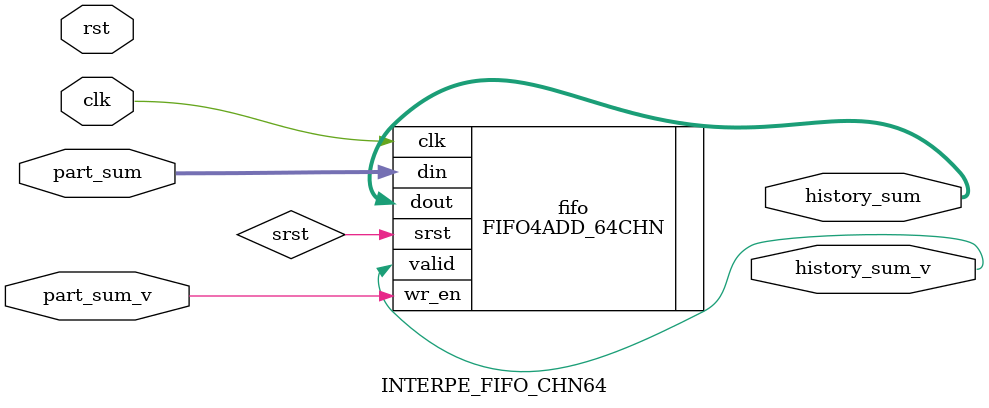
<source format=v>
/* *********************************************************** */
/* *********************************************************** */
/* *********************************************************** */
/* ********************   Mig 25, USSA   ********************* */
/* *********************************************************** */
/* *********************************************************** */
/* *********************************************
This module is the fifo-ctrler inside each PE. To be more specific, this 
fifo receives partial sum results and store them in a continuous order. 
When next conv1x1 partial result is available, fifo will pop out stored 
data in same order.

To be noticed that the output data do not need to be regsitered outsied the module.
************************************************ */

module INTERPE_FIFO_CHN64(
    input                                       clk, 
    input                                       rst,
    input     [1023:0]                          part_sum,
    input                                       part_sum_v,
    output    [1023:0]                          history_sum,
    output                                      history_sum_v
);



FIFO4ADD_64CHN fifo(
    .clk                                            (clk),
    .srst                                           (srst),
    .wr_en                                          (part_sum_v),
    .din                                            (part_sum),
    .dout                                           (history_sum),
    .valid                                          (history_sum_v)
);



endmodule

</source>
